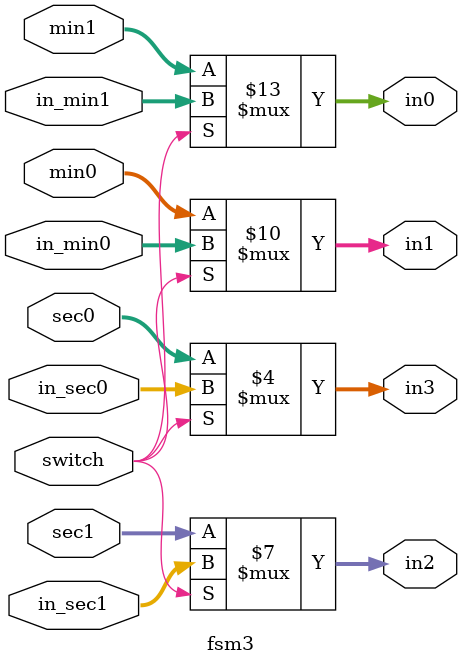
<source format=v>
`timescale 1ns / 1ps
module fsm3(
	min0,
	min1,
	sec0,
	sec1,
	in_min0,
	in_min1,
	in_sec0,
	in_sec1,
	in0,
	in1,
	in2,
	in3,
	switch
    );
input [3:0] min0,min1,sec0,sec1,in_min0,in_min1,in_sec0,in_sec1;
input 	switch;
output reg [3:0] in0,in1,in2,in3;
	 


always@*
if (switch==1'b1) begin
	in0=in_min1;
	in1=in_min0;
	in2=in_sec1;
	in3=in_sec0; end
 
else begin
	in0=min1;
	in1=min0;
	in2=sec1;
	in3=sec0;end


endmodule

</source>
